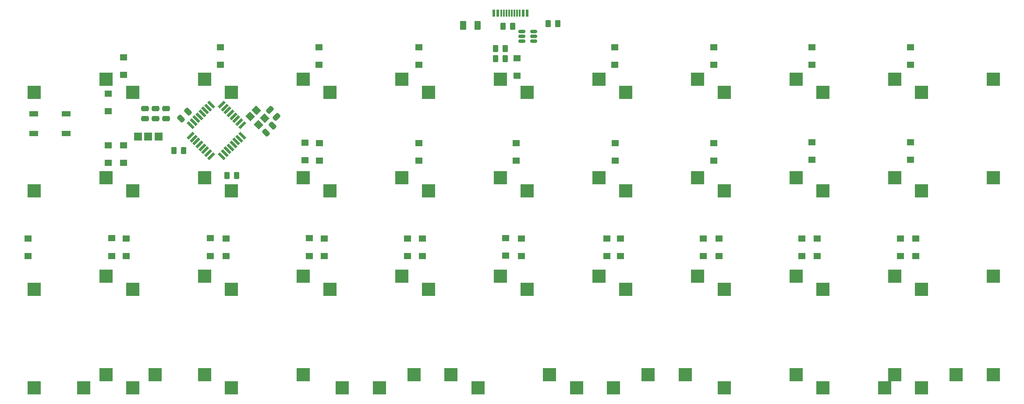
<source format=gbr>
%TF.GenerationSoftware,KiCad,Pcbnew,(6.99.0-222-g367431f825)*%
%TF.CreationDate,2022-01-13T14:33:26+01:00*%
%TF.ProjectId,Endeavour-2,456e6465-6176-46f7-9572-2d322e6b6963,rev?*%
%TF.SameCoordinates,Original*%
%TF.FileFunction,Paste,Bot*%
%TF.FilePolarity,Positive*%
%FSLAX46Y46*%
G04 Gerber Fmt 4.6, Leading zero omitted, Abs format (unit mm)*
G04 Created by KiCad (PCBNEW (6.99.0-222-g367431f825)) date 2022-01-13 14:33:26*
%MOMM*%
%LPD*%
G01*
G04 APERTURE LIST*
G04 Aperture macros list*
%AMRoundRect*
0 Rectangle with rounded corners*
0 $1 Rounding radius*
0 $2 $3 $4 $5 $6 $7 $8 $9 X,Y pos of 4 corners*
0 Add a 4 corners polygon primitive as box body*
4,1,4,$2,$3,$4,$5,$6,$7,$8,$9,$2,$3,0*
0 Add four circle primitives for the rounded corners*
1,1,$1+$1,$2,$3*
1,1,$1+$1,$4,$5*
1,1,$1+$1,$6,$7*
1,1,$1+$1,$8,$9*
0 Add four rect primitives between the rounded corners*
20,1,$1+$1,$2,$3,$4,$5,0*
20,1,$1+$1,$4,$5,$6,$7,0*
20,1,$1+$1,$6,$7,$8,$9,0*
20,1,$1+$1,$8,$9,$2,$3,0*%
%AMRotRect*
0 Rectangle, with rotation*
0 The origin of the aperture is its center*
0 $1 length*
0 $2 width*
0 $3 Rotation angle, in degrees counterclockwise*
0 Add horizontal line*
21,1,$1,$2,0,0,$3*%
G04 Aperture macros list end*
%ADD10R,2.550000X2.500000*%
%ADD11R,0.600000X1.450000*%
%ADD12R,0.300000X1.450000*%
%ADD13R,1.400000X1.200000*%
%ADD14RoundRect,0.250000X0.512652X0.159099X0.159099X0.512652X-0.512652X-0.159099X-0.159099X-0.512652X0*%
%ADD15RoundRect,0.250000X0.159099X-0.512652X0.512652X-0.159099X-0.159099X0.512652X-0.512652X0.159099X0*%
%ADD16RoundRect,0.150000X0.512500X0.150000X-0.512500X0.150000X-0.512500X-0.150000X0.512500X-0.150000X0*%
%ADD17R,1.700000X1.000000*%
%ADD18RoundRect,0.250000X-0.159099X0.512652X-0.512652X0.159099X0.159099X-0.512652X0.512652X-0.159099X0*%
%ADD19RoundRect,0.250000X0.262500X0.450000X-0.262500X0.450000X-0.262500X-0.450000X0.262500X-0.450000X0*%
%ADD20RoundRect,0.250000X-0.475000X0.250000X-0.475000X-0.250000X0.475000X-0.250000X0.475000X0.250000X0*%
%ADD21RoundRect,0.250000X-0.262500X-0.450000X0.262500X-0.450000X0.262500X0.450000X-0.262500X0.450000X0*%
%ADD22RotRect,1.600000X0.550000X225.000000*%
%ADD23RotRect,1.600000X0.550000X135.000000*%
%ADD24R,1.524000X1.524000*%
%ADD25RoundRect,0.250000X0.375000X0.625000X-0.375000X0.625000X-0.375000X-0.625000X0.375000X-0.625000X0*%
%ADD26RotRect,1.400000X1.200000X315.000000*%
G04 APERTURE END LIST*
D10*
%TO.C,K0*%
X54700000Y-40410000D03*
X68550000Y-37870000D03*
%TD*%
%TO.C,K1*%
X73750000Y-40410000D03*
X87600000Y-37870000D03*
%TD*%
%TO.C,K2*%
X92800000Y-40410000D03*
X106650000Y-37870000D03*
%TD*%
%TO.C,K3*%
X111850000Y-40410000D03*
X125700000Y-37870000D03*
%TD*%
%TO.C,K4*%
X130900000Y-40410000D03*
X144750000Y-37870000D03*
%TD*%
%TO.C,K6*%
X169000000Y-40410000D03*
X182850000Y-37870000D03*
%TD*%
%TO.C,K7*%
X188050000Y-40410000D03*
X201900000Y-37870000D03*
%TD*%
%TO.C,K8*%
X207100000Y-40410000D03*
X220950000Y-37870000D03*
%TD*%
%TO.C,K9*%
X226150000Y-40410000D03*
X240000000Y-37870000D03*
%TD*%
%TO.C,K10*%
X54700000Y-59460000D03*
X68550000Y-56920000D03*
%TD*%
%TO.C,K11*%
X73750000Y-59460000D03*
X87600000Y-56920000D03*
%TD*%
%TO.C,K12*%
X92800000Y-59460000D03*
X106650000Y-56920000D03*
%TD*%
%TO.C,K13*%
X111850000Y-59460000D03*
X125700000Y-56920000D03*
%TD*%
%TO.C,K14*%
X130900000Y-59460000D03*
X144750000Y-56920000D03*
%TD*%
%TO.C,K15*%
X149950000Y-59460000D03*
X163800000Y-56920000D03*
%TD*%
%TO.C,K16*%
X169000000Y-59460000D03*
X182850000Y-56920000D03*
%TD*%
%TO.C,K17*%
X188050000Y-59460000D03*
X201900000Y-56920000D03*
%TD*%
%TO.C,K18*%
X207100000Y-59460000D03*
X220950000Y-56920000D03*
%TD*%
%TO.C,K19*%
X226150000Y-59460000D03*
X240000000Y-56920000D03*
%TD*%
%TO.C,K20*%
X54700000Y-78510000D03*
X68550000Y-75970000D03*
%TD*%
%TO.C,K21*%
X73750000Y-78510000D03*
X87600000Y-75970000D03*
%TD*%
%TO.C,K22*%
X92800000Y-78510000D03*
X106650000Y-75970000D03*
%TD*%
%TO.C,K23*%
X111850000Y-78510000D03*
X125700000Y-75970000D03*
%TD*%
%TO.C,K24*%
X130900000Y-78510000D03*
X144750000Y-75970000D03*
%TD*%
%TO.C,K25*%
X149950000Y-78510000D03*
X163800000Y-75970000D03*
%TD*%
%TO.C,K26*%
X169000000Y-78510000D03*
X182850000Y-75970000D03*
%TD*%
%TO.C,K27*%
X188050000Y-78510000D03*
X201900000Y-75970000D03*
%TD*%
%TO.C,K28*%
X207100000Y-78510000D03*
X220950000Y-75970000D03*
%TD*%
%TO.C,K29*%
X226150000Y-78510000D03*
X240000000Y-75970000D03*
%TD*%
%TO.C,1u1*%
X54700000Y-97560000D03*
X68550000Y-95020000D03*
%TD*%
%TO.C,1u2*%
X73750000Y-97560000D03*
X87600000Y-95020000D03*
%TD*%
%TO.C,1u3*%
X92800000Y-97560000D03*
X106650000Y-95020000D03*
%TD*%
%TO.C,1u4*%
X121375000Y-97560000D03*
X135225000Y-95020000D03*
%TD*%
%TO.C,1u5*%
X159475000Y-97560000D03*
X173325000Y-95020000D03*
%TD*%
%TO.C,1u6*%
X188050000Y-97560000D03*
X201900000Y-95020000D03*
%TD*%
%TO.C,1u7*%
X207100000Y-97560000D03*
X220950000Y-95020000D03*
%TD*%
%TO.C,1u8*%
X226150000Y-97540000D03*
X240000000Y-95000000D03*
%TD*%
%TO.C,K5*%
X149950000Y-40410000D03*
X163800000Y-37870000D03*
%TD*%
%TO.C,SPACE1*%
X140425000Y-97560000D03*
X154275000Y-95020000D03*
%TD*%
%TO.C,1.5u1*%
X114231250Y-97560000D03*
X128081250Y-95020000D03*
%TD*%
%TO.C,1.5u2*%
X166618750Y-97560000D03*
X180468750Y-95020000D03*
%TD*%
%TO.C,1u_space2*%
X219006250Y-97560000D03*
X232856250Y-95020000D03*
%TD*%
%TO.C,1u_space1*%
X64225000Y-97560000D03*
X78075000Y-95020000D03*
%TD*%
D11*
%TO.C,J1*%
X143465000Y-25087500D03*
X144265000Y-25087500D03*
D12*
X145465000Y-25087500D03*
X146465000Y-25087500D03*
X146965000Y-25087500D03*
X147965000Y-25087500D03*
D11*
X149165000Y-25087500D03*
X149965000Y-25087500D03*
X149965000Y-25087500D03*
X149165000Y-25087500D03*
D12*
X148465000Y-25087500D03*
X147465000Y-25087500D03*
X145965000Y-25087500D03*
X144965000Y-25087500D03*
D11*
X144265000Y-25087500D03*
X143465000Y-25087500D03*
%TD*%
D13*
%TO.C,D11*%
X71990000Y-50630000D03*
X71990000Y-54030000D03*
%TD*%
%TO.C,D9*%
X223990000Y-35030000D03*
X223990000Y-31630000D03*
%TD*%
D14*
%TO.C,C2*%
X101539751Y-45145751D03*
X100196249Y-43802249D03*
%TD*%
D13*
%TO.C,D10*%
X68990000Y-50630000D03*
X68990000Y-54030000D03*
%TD*%
%TO.C,D37*%
X183990000Y-68630000D03*
X183990000Y-72030000D03*
%TD*%
%TO.C,D20*%
X53490000Y-68630000D03*
X53490000Y-72030000D03*
%TD*%
D15*
%TO.C,C3*%
X99434249Y-48193751D03*
X100777751Y-46850249D03*
%TD*%
D16*
%TO.C,U2*%
X151187500Y-28590000D03*
X151187500Y-29540000D03*
X151187500Y-30490000D03*
X148912500Y-30490000D03*
X148912500Y-29540000D03*
X148912500Y-28590000D03*
%TD*%
D13*
%TO.C,D3*%
X109690000Y-35030000D03*
X109690000Y-31630000D03*
%TD*%
D17*
%TO.C,SW1*%
X60860000Y-44520000D03*
X54560000Y-44520000D03*
X60860000Y-48320000D03*
X54560000Y-48320000D03*
%TD*%
D13*
%TO.C,D23*%
X110740000Y-68630000D03*
X110740000Y-72030000D03*
%TD*%
D18*
%TO.C,C1*%
X84411751Y-44128249D03*
X83068249Y-45471751D03*
%TD*%
D13*
%TO.C,D29*%
X224990000Y-68630000D03*
X224990000Y-72030000D03*
%TD*%
%TO.C,D22*%
X91740000Y-68630000D03*
X91740000Y-72030000D03*
%TD*%
D19*
%TO.C,R1*%
X145662500Y-31890000D03*
X143837500Y-31890000D03*
%TD*%
D13*
%TO.C,D24*%
X129690000Y-68660000D03*
X129690000Y-72060000D03*
%TD*%
%TO.C,D30*%
X69650000Y-68620000D03*
X69650000Y-72020000D03*
%TD*%
D20*
%TO.C,C5*%
X78140000Y-43530000D03*
X78140000Y-45430000D03*
%TD*%
D13*
%TO.C,D13*%
X109775000Y-50200000D03*
X109775000Y-53600000D03*
%TD*%
%TO.C,D28*%
X205990000Y-68630000D03*
X205990000Y-72030000D03*
%TD*%
D19*
%TO.C,R6*%
X93762500Y-56450000D03*
X91937500Y-56450000D03*
%TD*%
D21*
%TO.C,R3*%
X81697500Y-51630000D03*
X83522500Y-51630000D03*
%TD*%
D13*
%TO.C,D16*%
X166925000Y-50225000D03*
X166925000Y-53625000D03*
%TD*%
%TO.C,D18*%
X204990000Y-50030000D03*
X204990000Y-53430000D03*
%TD*%
%TO.C,D12*%
X107030000Y-50140000D03*
X107030000Y-53540000D03*
%TD*%
%TO.C,D2*%
X90690000Y-35030000D03*
X90690000Y-31630000D03*
%TD*%
%TO.C,D7*%
X185990000Y-35030000D03*
X185990000Y-31630000D03*
%TD*%
%TO.C,D35*%
X145820000Y-68590000D03*
X145820000Y-71990000D03*
%TD*%
D19*
%TO.C,R4*%
X147132500Y-27590000D03*
X145307500Y-27590000D03*
%TD*%
D13*
%TO.C,D15*%
X147825000Y-50225000D03*
X147825000Y-53625000D03*
%TD*%
D21*
%TO.C,R2*%
X143837500Y-33860000D03*
X145662500Y-33860000D03*
%TD*%
D13*
%TO.C,D8*%
X204990000Y-35030000D03*
X204990000Y-31630000D03*
%TD*%
%TO.C,D31*%
X88750000Y-68625000D03*
X88750000Y-72025000D03*
%TD*%
%TO.C,D39*%
X222100000Y-68650000D03*
X222100000Y-72050000D03*
%TD*%
D20*
%TO.C,C6*%
X76140000Y-43530000D03*
X76140000Y-45430000D03*
%TD*%
D13*
%TO.C,D38*%
X202990000Y-68630000D03*
X202990000Y-72030000D03*
%TD*%
%TO.C,D33*%
X126850000Y-68650000D03*
X126850000Y-72050000D03*
%TD*%
%TO.C,D19*%
X223990000Y-50030000D03*
X223990000Y-53430000D03*
%TD*%
%TO.C,D32*%
X107850000Y-68625000D03*
X107850000Y-72025000D03*
%TD*%
%TO.C,D26*%
X167990000Y-68630000D03*
X167990000Y-72030000D03*
%TD*%
%TO.C,D21*%
X72490000Y-68630000D03*
X72490000Y-72030000D03*
%TD*%
%TO.C,D14*%
X128990000Y-50200000D03*
X128990000Y-53600000D03*
%TD*%
%TO.C,D4*%
X128990000Y-35030000D03*
X128990000Y-31630000D03*
%TD*%
%TO.C,D5*%
X147970000Y-37160000D03*
X147970000Y-33760000D03*
%TD*%
%TO.C,D0*%
X68990000Y-44030000D03*
X68990000Y-40630000D03*
%TD*%
%TO.C,D17*%
X185990000Y-50230000D03*
X185990000Y-53630000D03*
%TD*%
D20*
%TO.C,C4*%
X80200000Y-43530000D03*
X80200000Y-45430000D03*
%TD*%
D22*
%TO.C,U1*%
X90905305Y-42764897D03*
X91470990Y-43330583D03*
X92036676Y-43896268D03*
X92602361Y-44461953D03*
X93168047Y-45027639D03*
X93733732Y-45593324D03*
X94299417Y-46159010D03*
X94865103Y-46724695D03*
D23*
X94865103Y-48775305D03*
X94299417Y-49340990D03*
X93733732Y-49906676D03*
X93168047Y-50472361D03*
X92602361Y-51038047D03*
X92036676Y-51603732D03*
X91470990Y-52169417D03*
X90905305Y-52735103D03*
D22*
X88854695Y-52735103D03*
X88289010Y-52169417D03*
X87723324Y-51603732D03*
X87157639Y-51038047D03*
X86591953Y-50472361D03*
X86026268Y-49906676D03*
X85460583Y-49340990D03*
X84894897Y-48775305D03*
D23*
X84894897Y-46724695D03*
X85460583Y-46159010D03*
X86026268Y-45593324D03*
X86591953Y-45027639D03*
X87157639Y-44461953D03*
X87723324Y-43896268D03*
X88289010Y-43330583D03*
X88854695Y-42764897D03*
%TD*%
D24*
%TO.C,JP1*%
X74735000Y-48949000D03*
X74735000Y-48949000D03*
X76735000Y-48949000D03*
X76735000Y-48949000D03*
X78735000Y-48949000D03*
X78735000Y-48949000D03*
%TD*%
D13*
%TO.C,D1*%
X71990000Y-37030000D03*
X71990000Y-33630000D03*
%TD*%
%TO.C,D6*%
X166890000Y-35030000D03*
X166890000Y-31630000D03*
%TD*%
D25*
%TO.C,F1*%
X140380000Y-27460000D03*
X137580000Y-27460000D03*
%TD*%
D13*
%TO.C,D25*%
X148800000Y-68630000D03*
X148800000Y-72030000D03*
%TD*%
D26*
%TO.C,Y1*%
X97643223Y-43857142D03*
X99198858Y-45412777D03*
X97996777Y-46614858D03*
X96441142Y-45059223D03*
%TD*%
D13*
%TO.C,D36*%
X165300000Y-68650000D03*
X165300000Y-72050000D03*
%TD*%
D19*
%TO.C,R5*%
X155862500Y-27080000D03*
X154037500Y-27080000D03*
%TD*%
D13*
%TO.C,D27*%
X186990000Y-68630000D03*
X186990000Y-72030000D03*
%TD*%
M02*

</source>
